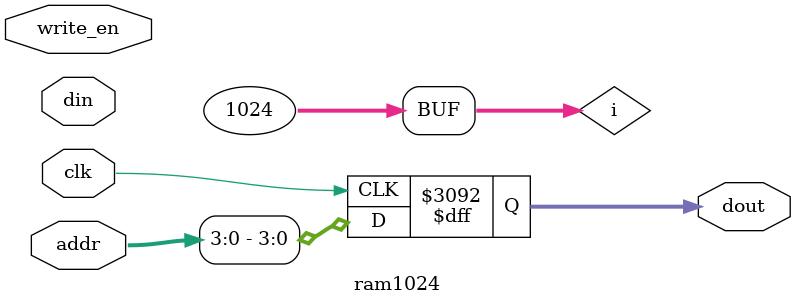
<source format=v>
module ram1024 (din, addr, write_en, clk, dout);  // 1024x4
  parameter addr_width = 10;
  parameter addr_depth = 1024;
  parameter data_width = 4;

  input [addr_width-1:0] addr;
  input [data_width-1:0] din;
  input write_en, clk;
  output [data_width-1:0] dout;

  reg [data_width-1:0] dout; // Register for output.
  // reg [data_width-1:0] mem [(1<<addr_width)-1:0];
  reg [data_width-1:0] mem [0:addr_depth-1];

  // Initialize memory.
  integer i;
  initial begin
    for (i=0; i<addr_depth; i=i+1)
    begin
      mem[i] <= 4'b1111;
    end
  end

  always @(posedge clk)
  begin
    if (write_en) begin
      mem[(addr)] <= din;
    end
    dout = addr[3:0];//mem[addr]; // Output register controlled by clock.
  end
endmodule

</source>
